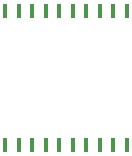
<source format=gbr>
G04 #@! TF.GenerationSoftware,KiCad,Pcbnew,(5.1.9)-1*
G04 #@! TF.CreationDate,2021-05-17T15:52:18-06:00*
G04 #@! TF.ProjectId,Igloo16,49676c6f-6f31-4362-9e6b-696361645f70,rev?*
G04 #@! TF.SameCoordinates,Original*
G04 #@! TF.FileFunction,Paste,Top*
G04 #@! TF.FilePolarity,Positive*
%FSLAX46Y46*%
G04 Gerber Fmt 4.6, Leading zero omitted, Abs format (unit mm)*
G04 Created by KiCad (PCBNEW (5.1.9)-1) date 2021-05-17 15:52:18*
%MOMM*%
%LPD*%
G01*
G04 APERTURE LIST*
%ADD10R,0.381000X1.270000*%
G04 APERTURE END LIST*
D10*
X109722000Y-87350000D03*
X108579000Y-87350000D03*
X107436000Y-87350000D03*
X106293000Y-87350000D03*
X105150000Y-87350000D03*
X104007000Y-87350000D03*
X102864000Y-87350000D03*
X101721000Y-87350000D03*
X100578000Y-87350000D03*
X99435000Y-87350000D03*
X99435000Y-98700000D03*
X100578000Y-98700000D03*
X101721000Y-98700000D03*
X102864000Y-98700000D03*
X104007000Y-98700000D03*
X105150000Y-98700000D03*
X106293000Y-98700000D03*
X107436000Y-98700000D03*
X108579000Y-98700000D03*
X109722000Y-98700000D03*
M02*

</source>
